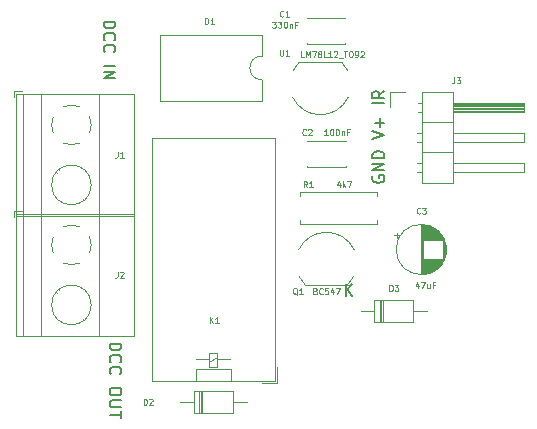
<source format=gbr>
%TF.GenerationSoftware,KiCad,Pcbnew,8.0.2*%
%TF.CreationDate,2024-12-24T23:51:17+01:00*%
%TF.ProjectId,keerlusRelais,6b656572-6c75-4735-9265-6c6169732e6b,rev?*%
%TF.SameCoordinates,Original*%
%TF.FileFunction,Legend,Top*%
%TF.FilePolarity,Positive*%
%FSLAX46Y46*%
G04 Gerber Fmt 4.6, Leading zero omitted, Abs format (unit mm)*
G04 Created by KiCad (PCBNEW 8.0.2) date 2024-12-24 23:51:17*
%MOMM*%
%LPD*%
G01*
G04 APERTURE LIST*
%ADD10C,0.150000*%
%ADD11C,0.075000*%
%ADD12C,0.120000*%
%ADD13R,1.500000X1.500000*%
%ADD14O,1.500000X1.500000*%
%ADD15R,1.200000X1.200000*%
%ADD16C,1.200000*%
%ADD17C,1.600000*%
%ADD18R,1.400000X1.400000*%
%ADD19C,1.400000*%
%ADD20C,3.200000*%
%ADD21R,1.600000X1.600000*%
%ADD22O,1.600000X1.600000*%
%ADD23R,2.600000X2.600000*%
%ADD24C,2.600000*%
%ADD25C,1.500000*%
%ADD26R,1.700000X1.700000*%
%ADD27O,1.700000X1.700000*%
G04 APERTURE END LIST*
D10*
X170952438Y-57284523D02*
X170904819Y-57379761D01*
X170904819Y-57379761D02*
X170904819Y-57522618D01*
X170904819Y-57522618D02*
X170952438Y-57665475D01*
X170952438Y-57665475D02*
X171047676Y-57760713D01*
X171047676Y-57760713D02*
X171142914Y-57808332D01*
X171142914Y-57808332D02*
X171333390Y-57855951D01*
X171333390Y-57855951D02*
X171476247Y-57855951D01*
X171476247Y-57855951D02*
X171666723Y-57808332D01*
X171666723Y-57808332D02*
X171761961Y-57760713D01*
X171761961Y-57760713D02*
X171857200Y-57665475D01*
X171857200Y-57665475D02*
X171904819Y-57522618D01*
X171904819Y-57522618D02*
X171904819Y-57427380D01*
X171904819Y-57427380D02*
X171857200Y-57284523D01*
X171857200Y-57284523D02*
X171809580Y-57236904D01*
X171809580Y-57236904D02*
X171476247Y-57236904D01*
X171476247Y-57236904D02*
X171476247Y-57427380D01*
X171904819Y-56808332D02*
X170904819Y-56808332D01*
X170904819Y-56808332D02*
X171904819Y-56236904D01*
X171904819Y-56236904D02*
X170904819Y-56236904D01*
X171904819Y-55760713D02*
X170904819Y-55760713D01*
X170904819Y-55760713D02*
X170904819Y-55522618D01*
X170904819Y-55522618D02*
X170952438Y-55379761D01*
X170952438Y-55379761D02*
X171047676Y-55284523D01*
X171047676Y-55284523D02*
X171142914Y-55236904D01*
X171142914Y-55236904D02*
X171333390Y-55189285D01*
X171333390Y-55189285D02*
X171476247Y-55189285D01*
X171476247Y-55189285D02*
X171666723Y-55236904D01*
X171666723Y-55236904D02*
X171761961Y-55284523D01*
X171761961Y-55284523D02*
X171857200Y-55379761D01*
X171857200Y-55379761D02*
X171904819Y-55522618D01*
X171904819Y-55522618D02*
X171904819Y-55760713D01*
X170904819Y-54141665D02*
X171904819Y-53808332D01*
X171904819Y-53808332D02*
X170904819Y-53474999D01*
X171523866Y-53141665D02*
X171523866Y-52379761D01*
X171904819Y-52760713D02*
X171142914Y-52760713D01*
X171904819Y-51141665D02*
X170904819Y-51141665D01*
X171904819Y-50094047D02*
X171428628Y-50427380D01*
X171904819Y-50665475D02*
X170904819Y-50665475D01*
X170904819Y-50665475D02*
X170904819Y-50284523D01*
X170904819Y-50284523D02*
X170952438Y-50189285D01*
X170952438Y-50189285D02*
X171000057Y-50141666D01*
X171000057Y-50141666D02*
X171095295Y-50094047D01*
X171095295Y-50094047D02*
X171238152Y-50094047D01*
X171238152Y-50094047D02*
X171333390Y-50141666D01*
X171333390Y-50141666D02*
X171381009Y-50189285D01*
X171381009Y-50189285D02*
X171428628Y-50284523D01*
X171428628Y-50284523D02*
X171428628Y-50665475D01*
X148135180Y-44204238D02*
X149135180Y-44204238D01*
X149135180Y-44204238D02*
X149135180Y-44442333D01*
X149135180Y-44442333D02*
X149087561Y-44585190D01*
X149087561Y-44585190D02*
X148992323Y-44680428D01*
X148992323Y-44680428D02*
X148897085Y-44728047D01*
X148897085Y-44728047D02*
X148706609Y-44775666D01*
X148706609Y-44775666D02*
X148563752Y-44775666D01*
X148563752Y-44775666D02*
X148373276Y-44728047D01*
X148373276Y-44728047D02*
X148278038Y-44680428D01*
X148278038Y-44680428D02*
X148182800Y-44585190D01*
X148182800Y-44585190D02*
X148135180Y-44442333D01*
X148135180Y-44442333D02*
X148135180Y-44204238D01*
X148230419Y-45775666D02*
X148182800Y-45728047D01*
X148182800Y-45728047D02*
X148135180Y-45585190D01*
X148135180Y-45585190D02*
X148135180Y-45489952D01*
X148135180Y-45489952D02*
X148182800Y-45347095D01*
X148182800Y-45347095D02*
X148278038Y-45251857D01*
X148278038Y-45251857D02*
X148373276Y-45204238D01*
X148373276Y-45204238D02*
X148563752Y-45156619D01*
X148563752Y-45156619D02*
X148706609Y-45156619D01*
X148706609Y-45156619D02*
X148897085Y-45204238D01*
X148897085Y-45204238D02*
X148992323Y-45251857D01*
X148992323Y-45251857D02*
X149087561Y-45347095D01*
X149087561Y-45347095D02*
X149135180Y-45489952D01*
X149135180Y-45489952D02*
X149135180Y-45585190D01*
X149135180Y-45585190D02*
X149087561Y-45728047D01*
X149087561Y-45728047D02*
X149039942Y-45775666D01*
X148230419Y-46775666D02*
X148182800Y-46728047D01*
X148182800Y-46728047D02*
X148135180Y-46585190D01*
X148135180Y-46585190D02*
X148135180Y-46489952D01*
X148135180Y-46489952D02*
X148182800Y-46347095D01*
X148182800Y-46347095D02*
X148278038Y-46251857D01*
X148278038Y-46251857D02*
X148373276Y-46204238D01*
X148373276Y-46204238D02*
X148563752Y-46156619D01*
X148563752Y-46156619D02*
X148706609Y-46156619D01*
X148706609Y-46156619D02*
X148897085Y-46204238D01*
X148897085Y-46204238D02*
X148992323Y-46251857D01*
X148992323Y-46251857D02*
X149087561Y-46347095D01*
X149087561Y-46347095D02*
X149135180Y-46489952D01*
X149135180Y-46489952D02*
X149135180Y-46585190D01*
X149135180Y-46585190D02*
X149087561Y-46728047D01*
X149087561Y-46728047D02*
X149039942Y-46775666D01*
X148135180Y-47966143D02*
X149135180Y-47966143D01*
X148135180Y-48442333D02*
X149135180Y-48442333D01*
X149135180Y-48442333D02*
X148135180Y-49013761D01*
X148135180Y-49013761D02*
X149135180Y-49013761D01*
X148643180Y-71477571D02*
X149643180Y-71477571D01*
X149643180Y-71477571D02*
X149643180Y-71715666D01*
X149643180Y-71715666D02*
X149595561Y-71858523D01*
X149595561Y-71858523D02*
X149500323Y-71953761D01*
X149500323Y-71953761D02*
X149405085Y-72001380D01*
X149405085Y-72001380D02*
X149214609Y-72048999D01*
X149214609Y-72048999D02*
X149071752Y-72048999D01*
X149071752Y-72048999D02*
X148881276Y-72001380D01*
X148881276Y-72001380D02*
X148786038Y-71953761D01*
X148786038Y-71953761D02*
X148690800Y-71858523D01*
X148690800Y-71858523D02*
X148643180Y-71715666D01*
X148643180Y-71715666D02*
X148643180Y-71477571D01*
X148738419Y-73048999D02*
X148690800Y-73001380D01*
X148690800Y-73001380D02*
X148643180Y-72858523D01*
X148643180Y-72858523D02*
X148643180Y-72763285D01*
X148643180Y-72763285D02*
X148690800Y-72620428D01*
X148690800Y-72620428D02*
X148786038Y-72525190D01*
X148786038Y-72525190D02*
X148881276Y-72477571D01*
X148881276Y-72477571D02*
X149071752Y-72429952D01*
X149071752Y-72429952D02*
X149214609Y-72429952D01*
X149214609Y-72429952D02*
X149405085Y-72477571D01*
X149405085Y-72477571D02*
X149500323Y-72525190D01*
X149500323Y-72525190D02*
X149595561Y-72620428D01*
X149595561Y-72620428D02*
X149643180Y-72763285D01*
X149643180Y-72763285D02*
X149643180Y-72858523D01*
X149643180Y-72858523D02*
X149595561Y-73001380D01*
X149595561Y-73001380D02*
X149547942Y-73048999D01*
X148738419Y-74048999D02*
X148690800Y-74001380D01*
X148690800Y-74001380D02*
X148643180Y-73858523D01*
X148643180Y-73858523D02*
X148643180Y-73763285D01*
X148643180Y-73763285D02*
X148690800Y-73620428D01*
X148690800Y-73620428D02*
X148786038Y-73525190D01*
X148786038Y-73525190D02*
X148881276Y-73477571D01*
X148881276Y-73477571D02*
X149071752Y-73429952D01*
X149071752Y-73429952D02*
X149214609Y-73429952D01*
X149214609Y-73429952D02*
X149405085Y-73477571D01*
X149405085Y-73477571D02*
X149500323Y-73525190D01*
X149500323Y-73525190D02*
X149595561Y-73620428D01*
X149595561Y-73620428D02*
X149643180Y-73763285D01*
X149643180Y-73763285D02*
X149643180Y-73858523D01*
X149643180Y-73858523D02*
X149595561Y-74001380D01*
X149595561Y-74001380D02*
X149547942Y-74048999D01*
X149643180Y-75429952D02*
X149643180Y-75620428D01*
X149643180Y-75620428D02*
X149595561Y-75715666D01*
X149595561Y-75715666D02*
X149500323Y-75810904D01*
X149500323Y-75810904D02*
X149309847Y-75858523D01*
X149309847Y-75858523D02*
X148976514Y-75858523D01*
X148976514Y-75858523D02*
X148786038Y-75810904D01*
X148786038Y-75810904D02*
X148690800Y-75715666D01*
X148690800Y-75715666D02*
X148643180Y-75620428D01*
X148643180Y-75620428D02*
X148643180Y-75429952D01*
X148643180Y-75429952D02*
X148690800Y-75334714D01*
X148690800Y-75334714D02*
X148786038Y-75239476D01*
X148786038Y-75239476D02*
X148976514Y-75191857D01*
X148976514Y-75191857D02*
X149309847Y-75191857D01*
X149309847Y-75191857D02*
X149500323Y-75239476D01*
X149500323Y-75239476D02*
X149595561Y-75334714D01*
X149595561Y-75334714D02*
X149643180Y-75429952D01*
X149643180Y-76287095D02*
X148833657Y-76287095D01*
X148833657Y-76287095D02*
X148738419Y-76334714D01*
X148738419Y-76334714D02*
X148690800Y-76382333D01*
X148690800Y-76382333D02*
X148643180Y-76477571D01*
X148643180Y-76477571D02*
X148643180Y-76668047D01*
X148643180Y-76668047D02*
X148690800Y-76763285D01*
X148690800Y-76763285D02*
X148738419Y-76810904D01*
X148738419Y-76810904D02*
X148833657Y-76858523D01*
X148833657Y-76858523D02*
X149643180Y-76858523D01*
X149643180Y-77191857D02*
X149643180Y-77763285D01*
X148643180Y-77477571D02*
X149643180Y-77477571D01*
D11*
X172345952Y-67014409D02*
X172345952Y-66514409D01*
X172345952Y-66514409D02*
X172465000Y-66514409D01*
X172465000Y-66514409D02*
X172536428Y-66538219D01*
X172536428Y-66538219D02*
X172584047Y-66585838D01*
X172584047Y-66585838D02*
X172607857Y-66633457D01*
X172607857Y-66633457D02*
X172631666Y-66728695D01*
X172631666Y-66728695D02*
X172631666Y-66800123D01*
X172631666Y-66800123D02*
X172607857Y-66895361D01*
X172607857Y-66895361D02*
X172584047Y-66942980D01*
X172584047Y-66942980D02*
X172536428Y-66990600D01*
X172536428Y-66990600D02*
X172465000Y-67014409D01*
X172465000Y-67014409D02*
X172345952Y-67014409D01*
X172798333Y-66514409D02*
X173107857Y-66514409D01*
X173107857Y-66514409D02*
X172941190Y-66704885D01*
X172941190Y-66704885D02*
X173012619Y-66704885D01*
X173012619Y-66704885D02*
X173060238Y-66728695D01*
X173060238Y-66728695D02*
X173084047Y-66752504D01*
X173084047Y-66752504D02*
X173107857Y-66800123D01*
X173107857Y-66800123D02*
X173107857Y-66919171D01*
X173107857Y-66919171D02*
X173084047Y-66966790D01*
X173084047Y-66966790D02*
X173060238Y-66990600D01*
X173060238Y-66990600D02*
X173012619Y-67014409D01*
X173012619Y-67014409D02*
X172869762Y-67014409D01*
X172869762Y-67014409D02*
X172822143Y-66990600D01*
X172822143Y-66990600D02*
X172798333Y-66966790D01*
D10*
X168643095Y-67411819D02*
X168643095Y-66411819D01*
X169214523Y-67411819D02*
X168785952Y-66840390D01*
X169214523Y-66411819D02*
X168643095Y-66983247D01*
D11*
X174950067Y-60429790D02*
X174926258Y-60453600D01*
X174926258Y-60453600D02*
X174854829Y-60477409D01*
X174854829Y-60477409D02*
X174807210Y-60477409D01*
X174807210Y-60477409D02*
X174735782Y-60453600D01*
X174735782Y-60453600D02*
X174688163Y-60405980D01*
X174688163Y-60405980D02*
X174664353Y-60358361D01*
X174664353Y-60358361D02*
X174640544Y-60263123D01*
X174640544Y-60263123D02*
X174640544Y-60191695D01*
X174640544Y-60191695D02*
X174664353Y-60096457D01*
X174664353Y-60096457D02*
X174688163Y-60048838D01*
X174688163Y-60048838D02*
X174735782Y-60001219D01*
X174735782Y-60001219D02*
X174807210Y-59977409D01*
X174807210Y-59977409D02*
X174854829Y-59977409D01*
X174854829Y-59977409D02*
X174926258Y-60001219D01*
X174926258Y-60001219D02*
X174950067Y-60025028D01*
X175116734Y-59977409D02*
X175426258Y-59977409D01*
X175426258Y-59977409D02*
X175259591Y-60167885D01*
X175259591Y-60167885D02*
X175331020Y-60167885D01*
X175331020Y-60167885D02*
X175378639Y-60191695D01*
X175378639Y-60191695D02*
X175402448Y-60215504D01*
X175402448Y-60215504D02*
X175426258Y-60263123D01*
X175426258Y-60263123D02*
X175426258Y-60382171D01*
X175426258Y-60382171D02*
X175402448Y-60429790D01*
X175402448Y-60429790D02*
X175378639Y-60453600D01*
X175378639Y-60453600D02*
X175331020Y-60477409D01*
X175331020Y-60477409D02*
X175188163Y-60477409D01*
X175188163Y-60477409D02*
X175140544Y-60453600D01*
X175140544Y-60453600D02*
X175116734Y-60429790D01*
X174803667Y-66442076D02*
X174803667Y-66775409D01*
X174684619Y-66251600D02*
X174565572Y-66608742D01*
X174565572Y-66608742D02*
X174875095Y-66608742D01*
X175017952Y-66275409D02*
X175351285Y-66275409D01*
X175351285Y-66275409D02*
X175137000Y-66775409D01*
X175756047Y-66442076D02*
X175756047Y-66775409D01*
X175541761Y-66442076D02*
X175541761Y-66703980D01*
X175541761Y-66703980D02*
X175565571Y-66751600D01*
X175565571Y-66751600D02*
X175613190Y-66775409D01*
X175613190Y-66775409D02*
X175684618Y-66775409D01*
X175684618Y-66775409D02*
X175732237Y-66751600D01*
X175732237Y-66751600D02*
X175756047Y-66727790D01*
X176160809Y-66513504D02*
X175994142Y-66513504D01*
X175994142Y-66775409D02*
X175994142Y-66275409D01*
X175994142Y-66275409D02*
X176232237Y-66275409D01*
X163365666Y-43740790D02*
X163341857Y-43764600D01*
X163341857Y-43764600D02*
X163270428Y-43788409D01*
X163270428Y-43788409D02*
X163222809Y-43788409D01*
X163222809Y-43788409D02*
X163151381Y-43764600D01*
X163151381Y-43764600D02*
X163103762Y-43716980D01*
X163103762Y-43716980D02*
X163079952Y-43669361D01*
X163079952Y-43669361D02*
X163056143Y-43574123D01*
X163056143Y-43574123D02*
X163056143Y-43502695D01*
X163056143Y-43502695D02*
X163079952Y-43407457D01*
X163079952Y-43407457D02*
X163103762Y-43359838D01*
X163103762Y-43359838D02*
X163151381Y-43312219D01*
X163151381Y-43312219D02*
X163222809Y-43288409D01*
X163222809Y-43288409D02*
X163270428Y-43288409D01*
X163270428Y-43288409D02*
X163341857Y-43312219D01*
X163341857Y-43312219D02*
X163365666Y-43336028D01*
X163841857Y-43788409D02*
X163556143Y-43788409D01*
X163699000Y-43788409D02*
X163699000Y-43288409D01*
X163699000Y-43288409D02*
X163651381Y-43359838D01*
X163651381Y-43359838D02*
X163603762Y-43407457D01*
X163603762Y-43407457D02*
X163556143Y-43431266D01*
X162416667Y-44227409D02*
X162726191Y-44227409D01*
X162726191Y-44227409D02*
X162559524Y-44417885D01*
X162559524Y-44417885D02*
X162630953Y-44417885D01*
X162630953Y-44417885D02*
X162678572Y-44441695D01*
X162678572Y-44441695D02*
X162702381Y-44465504D01*
X162702381Y-44465504D02*
X162726191Y-44513123D01*
X162726191Y-44513123D02*
X162726191Y-44632171D01*
X162726191Y-44632171D02*
X162702381Y-44679790D01*
X162702381Y-44679790D02*
X162678572Y-44703600D01*
X162678572Y-44703600D02*
X162630953Y-44727409D01*
X162630953Y-44727409D02*
X162488096Y-44727409D01*
X162488096Y-44727409D02*
X162440477Y-44703600D01*
X162440477Y-44703600D02*
X162416667Y-44679790D01*
X162892857Y-44227409D02*
X163202381Y-44227409D01*
X163202381Y-44227409D02*
X163035714Y-44417885D01*
X163035714Y-44417885D02*
X163107143Y-44417885D01*
X163107143Y-44417885D02*
X163154762Y-44441695D01*
X163154762Y-44441695D02*
X163178571Y-44465504D01*
X163178571Y-44465504D02*
X163202381Y-44513123D01*
X163202381Y-44513123D02*
X163202381Y-44632171D01*
X163202381Y-44632171D02*
X163178571Y-44679790D01*
X163178571Y-44679790D02*
X163154762Y-44703600D01*
X163154762Y-44703600D02*
X163107143Y-44727409D01*
X163107143Y-44727409D02*
X162964286Y-44727409D01*
X162964286Y-44727409D02*
X162916667Y-44703600D01*
X162916667Y-44703600D02*
X162892857Y-44679790D01*
X163511904Y-44227409D02*
X163559523Y-44227409D01*
X163559523Y-44227409D02*
X163607142Y-44251219D01*
X163607142Y-44251219D02*
X163630952Y-44275028D01*
X163630952Y-44275028D02*
X163654761Y-44322647D01*
X163654761Y-44322647D02*
X163678571Y-44417885D01*
X163678571Y-44417885D02*
X163678571Y-44536933D01*
X163678571Y-44536933D02*
X163654761Y-44632171D01*
X163654761Y-44632171D02*
X163630952Y-44679790D01*
X163630952Y-44679790D02*
X163607142Y-44703600D01*
X163607142Y-44703600D02*
X163559523Y-44727409D01*
X163559523Y-44727409D02*
X163511904Y-44727409D01*
X163511904Y-44727409D02*
X163464285Y-44703600D01*
X163464285Y-44703600D02*
X163440476Y-44679790D01*
X163440476Y-44679790D02*
X163416666Y-44632171D01*
X163416666Y-44632171D02*
X163392857Y-44536933D01*
X163392857Y-44536933D02*
X163392857Y-44417885D01*
X163392857Y-44417885D02*
X163416666Y-44322647D01*
X163416666Y-44322647D02*
X163440476Y-44275028D01*
X163440476Y-44275028D02*
X163464285Y-44251219D01*
X163464285Y-44251219D02*
X163511904Y-44227409D01*
X163892856Y-44394076D02*
X163892856Y-44727409D01*
X163892856Y-44441695D02*
X163916666Y-44417885D01*
X163916666Y-44417885D02*
X163964285Y-44394076D01*
X163964285Y-44394076D02*
X164035713Y-44394076D01*
X164035713Y-44394076D02*
X164083332Y-44417885D01*
X164083332Y-44417885D02*
X164107142Y-44465504D01*
X164107142Y-44465504D02*
X164107142Y-44727409D01*
X164511904Y-44465504D02*
X164345237Y-44465504D01*
X164345237Y-44727409D02*
X164345237Y-44227409D01*
X164345237Y-44227409D02*
X164583332Y-44227409D01*
X157130952Y-69727409D02*
X157130952Y-69227409D01*
X157416666Y-69727409D02*
X157202381Y-69441695D01*
X157416666Y-69227409D02*
X157130952Y-69513123D01*
X157892857Y-69727409D02*
X157607143Y-69727409D01*
X157750000Y-69727409D02*
X157750000Y-69227409D01*
X157750000Y-69227409D02*
X157702381Y-69298838D01*
X157702381Y-69298838D02*
X157654762Y-69346457D01*
X157654762Y-69346457D02*
X157607143Y-69370266D01*
X165270666Y-53773790D02*
X165246857Y-53797600D01*
X165246857Y-53797600D02*
X165175428Y-53821409D01*
X165175428Y-53821409D02*
X165127809Y-53821409D01*
X165127809Y-53821409D02*
X165056381Y-53797600D01*
X165056381Y-53797600D02*
X165008762Y-53749980D01*
X165008762Y-53749980D02*
X164984952Y-53702361D01*
X164984952Y-53702361D02*
X164961143Y-53607123D01*
X164961143Y-53607123D02*
X164961143Y-53535695D01*
X164961143Y-53535695D02*
X164984952Y-53440457D01*
X164984952Y-53440457D02*
X165008762Y-53392838D01*
X165008762Y-53392838D02*
X165056381Y-53345219D01*
X165056381Y-53345219D02*
X165127809Y-53321409D01*
X165127809Y-53321409D02*
X165175428Y-53321409D01*
X165175428Y-53321409D02*
X165246857Y-53345219D01*
X165246857Y-53345219D02*
X165270666Y-53369028D01*
X165461143Y-53369028D02*
X165484952Y-53345219D01*
X165484952Y-53345219D02*
X165532571Y-53321409D01*
X165532571Y-53321409D02*
X165651619Y-53321409D01*
X165651619Y-53321409D02*
X165699238Y-53345219D01*
X165699238Y-53345219D02*
X165723047Y-53369028D01*
X165723047Y-53369028D02*
X165746857Y-53416647D01*
X165746857Y-53416647D02*
X165746857Y-53464266D01*
X165746857Y-53464266D02*
X165723047Y-53535695D01*
X165723047Y-53535695D02*
X165437333Y-53821409D01*
X165437333Y-53821409D02*
X165746857Y-53821409D01*
X167120191Y-53821409D02*
X166834477Y-53821409D01*
X166977334Y-53821409D02*
X166977334Y-53321409D01*
X166977334Y-53321409D02*
X166929715Y-53392838D01*
X166929715Y-53392838D02*
X166882096Y-53440457D01*
X166882096Y-53440457D02*
X166834477Y-53464266D01*
X167429714Y-53321409D02*
X167477333Y-53321409D01*
X167477333Y-53321409D02*
X167524952Y-53345219D01*
X167524952Y-53345219D02*
X167548762Y-53369028D01*
X167548762Y-53369028D02*
X167572571Y-53416647D01*
X167572571Y-53416647D02*
X167596381Y-53511885D01*
X167596381Y-53511885D02*
X167596381Y-53630933D01*
X167596381Y-53630933D02*
X167572571Y-53726171D01*
X167572571Y-53726171D02*
X167548762Y-53773790D01*
X167548762Y-53773790D02*
X167524952Y-53797600D01*
X167524952Y-53797600D02*
X167477333Y-53821409D01*
X167477333Y-53821409D02*
X167429714Y-53821409D01*
X167429714Y-53821409D02*
X167382095Y-53797600D01*
X167382095Y-53797600D02*
X167358286Y-53773790D01*
X167358286Y-53773790D02*
X167334476Y-53726171D01*
X167334476Y-53726171D02*
X167310667Y-53630933D01*
X167310667Y-53630933D02*
X167310667Y-53511885D01*
X167310667Y-53511885D02*
X167334476Y-53416647D01*
X167334476Y-53416647D02*
X167358286Y-53369028D01*
X167358286Y-53369028D02*
X167382095Y-53345219D01*
X167382095Y-53345219D02*
X167429714Y-53321409D01*
X167905904Y-53321409D02*
X167953523Y-53321409D01*
X167953523Y-53321409D02*
X168001142Y-53345219D01*
X168001142Y-53345219D02*
X168024952Y-53369028D01*
X168024952Y-53369028D02*
X168048761Y-53416647D01*
X168048761Y-53416647D02*
X168072571Y-53511885D01*
X168072571Y-53511885D02*
X168072571Y-53630933D01*
X168072571Y-53630933D02*
X168048761Y-53726171D01*
X168048761Y-53726171D02*
X168024952Y-53773790D01*
X168024952Y-53773790D02*
X168001142Y-53797600D01*
X168001142Y-53797600D02*
X167953523Y-53821409D01*
X167953523Y-53821409D02*
X167905904Y-53821409D01*
X167905904Y-53821409D02*
X167858285Y-53797600D01*
X167858285Y-53797600D02*
X167834476Y-53773790D01*
X167834476Y-53773790D02*
X167810666Y-53726171D01*
X167810666Y-53726171D02*
X167786857Y-53630933D01*
X167786857Y-53630933D02*
X167786857Y-53511885D01*
X167786857Y-53511885D02*
X167810666Y-53416647D01*
X167810666Y-53416647D02*
X167834476Y-53369028D01*
X167834476Y-53369028D02*
X167858285Y-53345219D01*
X167858285Y-53345219D02*
X167905904Y-53321409D01*
X168286856Y-53488076D02*
X168286856Y-53821409D01*
X168286856Y-53535695D02*
X168310666Y-53511885D01*
X168310666Y-53511885D02*
X168358285Y-53488076D01*
X168358285Y-53488076D02*
X168429713Y-53488076D01*
X168429713Y-53488076D02*
X168477332Y-53511885D01*
X168477332Y-53511885D02*
X168501142Y-53559504D01*
X168501142Y-53559504D02*
X168501142Y-53821409D01*
X168905904Y-53559504D02*
X168739237Y-53559504D01*
X168739237Y-53821409D02*
X168739237Y-53321409D01*
X168739237Y-53321409D02*
X168977332Y-53321409D01*
X156729952Y-44423409D02*
X156729952Y-43923409D01*
X156729952Y-43923409D02*
X156849000Y-43923409D01*
X156849000Y-43923409D02*
X156920428Y-43947219D01*
X156920428Y-43947219D02*
X156968047Y-43994838D01*
X156968047Y-43994838D02*
X156991857Y-44042457D01*
X156991857Y-44042457D02*
X157015666Y-44137695D01*
X157015666Y-44137695D02*
X157015666Y-44209123D01*
X157015666Y-44209123D02*
X156991857Y-44304361D01*
X156991857Y-44304361D02*
X156968047Y-44351980D01*
X156968047Y-44351980D02*
X156920428Y-44399600D01*
X156920428Y-44399600D02*
X156849000Y-44423409D01*
X156849000Y-44423409D02*
X156729952Y-44423409D01*
X157491857Y-44423409D02*
X157206143Y-44423409D01*
X157349000Y-44423409D02*
X157349000Y-43923409D01*
X157349000Y-43923409D02*
X157301381Y-43994838D01*
X157301381Y-43994838D02*
X157253762Y-44042457D01*
X157253762Y-44042457D02*
X157206143Y-44066266D01*
X149333333Y-65386409D02*
X149333333Y-65743552D01*
X149333333Y-65743552D02*
X149309524Y-65814980D01*
X149309524Y-65814980D02*
X149261905Y-65862600D01*
X149261905Y-65862600D02*
X149190476Y-65886409D01*
X149190476Y-65886409D02*
X149142857Y-65886409D01*
X149547619Y-65434028D02*
X149571428Y-65410219D01*
X149571428Y-65410219D02*
X149619047Y-65386409D01*
X149619047Y-65386409D02*
X149738095Y-65386409D01*
X149738095Y-65386409D02*
X149785714Y-65410219D01*
X149785714Y-65410219D02*
X149809523Y-65434028D01*
X149809523Y-65434028D02*
X149833333Y-65481647D01*
X149833333Y-65481647D02*
X149833333Y-65529266D01*
X149833333Y-65529266D02*
X149809523Y-65600695D01*
X149809523Y-65600695D02*
X149523809Y-65886409D01*
X149523809Y-65886409D02*
X149833333Y-65886409D01*
X163068047Y-46590409D02*
X163068047Y-46995171D01*
X163068047Y-46995171D02*
X163091857Y-47042790D01*
X163091857Y-47042790D02*
X163115666Y-47066600D01*
X163115666Y-47066600D02*
X163163285Y-47090409D01*
X163163285Y-47090409D02*
X163258523Y-47090409D01*
X163258523Y-47090409D02*
X163306142Y-47066600D01*
X163306142Y-47066600D02*
X163329952Y-47042790D01*
X163329952Y-47042790D02*
X163353761Y-46995171D01*
X163353761Y-46995171D02*
X163353761Y-46590409D01*
X163853762Y-47090409D02*
X163568048Y-47090409D01*
X163710905Y-47090409D02*
X163710905Y-46590409D01*
X163710905Y-46590409D02*
X163663286Y-46661838D01*
X163663286Y-46661838D02*
X163615667Y-46709457D01*
X163615667Y-46709457D02*
X163568048Y-46733266D01*
X165108239Y-47217409D02*
X164870144Y-47217409D01*
X164870144Y-47217409D02*
X164870144Y-46717409D01*
X165274906Y-47217409D02*
X165274906Y-46717409D01*
X165274906Y-46717409D02*
X165441573Y-47074552D01*
X165441573Y-47074552D02*
X165608239Y-46717409D01*
X165608239Y-46717409D02*
X165608239Y-47217409D01*
X165798716Y-46717409D02*
X166132049Y-46717409D01*
X166132049Y-46717409D02*
X165917764Y-47217409D01*
X166393954Y-46931695D02*
X166346335Y-46907885D01*
X166346335Y-46907885D02*
X166322525Y-46884076D01*
X166322525Y-46884076D02*
X166298716Y-46836457D01*
X166298716Y-46836457D02*
X166298716Y-46812647D01*
X166298716Y-46812647D02*
X166322525Y-46765028D01*
X166322525Y-46765028D02*
X166346335Y-46741219D01*
X166346335Y-46741219D02*
X166393954Y-46717409D01*
X166393954Y-46717409D02*
X166489192Y-46717409D01*
X166489192Y-46717409D02*
X166536811Y-46741219D01*
X166536811Y-46741219D02*
X166560620Y-46765028D01*
X166560620Y-46765028D02*
X166584430Y-46812647D01*
X166584430Y-46812647D02*
X166584430Y-46836457D01*
X166584430Y-46836457D02*
X166560620Y-46884076D01*
X166560620Y-46884076D02*
X166536811Y-46907885D01*
X166536811Y-46907885D02*
X166489192Y-46931695D01*
X166489192Y-46931695D02*
X166393954Y-46931695D01*
X166393954Y-46931695D02*
X166346335Y-46955504D01*
X166346335Y-46955504D02*
X166322525Y-46979314D01*
X166322525Y-46979314D02*
X166298716Y-47026933D01*
X166298716Y-47026933D02*
X166298716Y-47122171D01*
X166298716Y-47122171D02*
X166322525Y-47169790D01*
X166322525Y-47169790D02*
X166346335Y-47193600D01*
X166346335Y-47193600D02*
X166393954Y-47217409D01*
X166393954Y-47217409D02*
X166489192Y-47217409D01*
X166489192Y-47217409D02*
X166536811Y-47193600D01*
X166536811Y-47193600D02*
X166560620Y-47169790D01*
X166560620Y-47169790D02*
X166584430Y-47122171D01*
X166584430Y-47122171D02*
X166584430Y-47026933D01*
X166584430Y-47026933D02*
X166560620Y-46979314D01*
X166560620Y-46979314D02*
X166536811Y-46955504D01*
X166536811Y-46955504D02*
X166489192Y-46931695D01*
X167036810Y-47217409D02*
X166798715Y-47217409D01*
X166798715Y-47217409D02*
X166798715Y-46717409D01*
X167465382Y-47217409D02*
X167179668Y-47217409D01*
X167322525Y-47217409D02*
X167322525Y-46717409D01*
X167322525Y-46717409D02*
X167274906Y-46788838D01*
X167274906Y-46788838D02*
X167227287Y-46836457D01*
X167227287Y-46836457D02*
X167179668Y-46860266D01*
X167655858Y-46765028D02*
X167679667Y-46741219D01*
X167679667Y-46741219D02*
X167727286Y-46717409D01*
X167727286Y-46717409D02*
X167846334Y-46717409D01*
X167846334Y-46717409D02*
X167893953Y-46741219D01*
X167893953Y-46741219D02*
X167917762Y-46765028D01*
X167917762Y-46765028D02*
X167941572Y-46812647D01*
X167941572Y-46812647D02*
X167941572Y-46860266D01*
X167941572Y-46860266D02*
X167917762Y-46931695D01*
X167917762Y-46931695D02*
X167632048Y-47217409D01*
X167632048Y-47217409D02*
X167941572Y-47217409D01*
X168036810Y-47265028D02*
X168417762Y-47265028D01*
X168465381Y-46717409D02*
X168751095Y-46717409D01*
X168608238Y-47217409D02*
X168608238Y-46717409D01*
X169012999Y-46717409D02*
X169108237Y-46717409D01*
X169108237Y-46717409D02*
X169155856Y-46741219D01*
X169155856Y-46741219D02*
X169203475Y-46788838D01*
X169203475Y-46788838D02*
X169227285Y-46884076D01*
X169227285Y-46884076D02*
X169227285Y-47050742D01*
X169227285Y-47050742D02*
X169203475Y-47145980D01*
X169203475Y-47145980D02*
X169155856Y-47193600D01*
X169155856Y-47193600D02*
X169108237Y-47217409D01*
X169108237Y-47217409D02*
X169012999Y-47217409D01*
X169012999Y-47217409D02*
X168965380Y-47193600D01*
X168965380Y-47193600D02*
X168917761Y-47145980D01*
X168917761Y-47145980D02*
X168893952Y-47050742D01*
X168893952Y-47050742D02*
X168893952Y-46884076D01*
X168893952Y-46884076D02*
X168917761Y-46788838D01*
X168917761Y-46788838D02*
X168965380Y-46741219D01*
X168965380Y-46741219D02*
X169012999Y-46717409D01*
X169465381Y-47217409D02*
X169560619Y-47217409D01*
X169560619Y-47217409D02*
X169608238Y-47193600D01*
X169608238Y-47193600D02*
X169632047Y-47169790D01*
X169632047Y-47169790D02*
X169679666Y-47098361D01*
X169679666Y-47098361D02*
X169703476Y-47003123D01*
X169703476Y-47003123D02*
X169703476Y-46812647D01*
X169703476Y-46812647D02*
X169679666Y-46765028D01*
X169679666Y-46765028D02*
X169655857Y-46741219D01*
X169655857Y-46741219D02*
X169608238Y-46717409D01*
X169608238Y-46717409D02*
X169513000Y-46717409D01*
X169513000Y-46717409D02*
X169465381Y-46741219D01*
X169465381Y-46741219D02*
X169441571Y-46765028D01*
X169441571Y-46765028D02*
X169417762Y-46812647D01*
X169417762Y-46812647D02*
X169417762Y-46931695D01*
X169417762Y-46931695D02*
X169441571Y-46979314D01*
X169441571Y-46979314D02*
X169465381Y-47003123D01*
X169465381Y-47003123D02*
X169513000Y-47026933D01*
X169513000Y-47026933D02*
X169608238Y-47026933D01*
X169608238Y-47026933D02*
X169655857Y-47003123D01*
X169655857Y-47003123D02*
X169679666Y-46979314D01*
X169679666Y-46979314D02*
X169703476Y-46931695D01*
X169893952Y-46765028D02*
X169917761Y-46741219D01*
X169917761Y-46741219D02*
X169965380Y-46717409D01*
X169965380Y-46717409D02*
X170084428Y-46717409D01*
X170084428Y-46717409D02*
X170132047Y-46741219D01*
X170132047Y-46741219D02*
X170155856Y-46765028D01*
X170155856Y-46765028D02*
X170179666Y-46812647D01*
X170179666Y-46812647D02*
X170179666Y-46860266D01*
X170179666Y-46860266D02*
X170155856Y-46931695D01*
X170155856Y-46931695D02*
X169870142Y-47217409D01*
X169870142Y-47217409D02*
X170179666Y-47217409D01*
X149333333Y-55226409D02*
X149333333Y-55583552D01*
X149333333Y-55583552D02*
X149309524Y-55654980D01*
X149309524Y-55654980D02*
X149261905Y-55702600D01*
X149261905Y-55702600D02*
X149190476Y-55726409D01*
X149190476Y-55726409D02*
X149142857Y-55726409D01*
X149833333Y-55726409D02*
X149547619Y-55726409D01*
X149690476Y-55726409D02*
X149690476Y-55226409D01*
X149690476Y-55226409D02*
X149642857Y-55297838D01*
X149642857Y-55297838D02*
X149595238Y-55345457D01*
X149595238Y-55345457D02*
X149547619Y-55369266D01*
X165368666Y-58227409D02*
X165202000Y-57989314D01*
X165082952Y-58227409D02*
X165082952Y-57727409D01*
X165082952Y-57727409D02*
X165273428Y-57727409D01*
X165273428Y-57727409D02*
X165321047Y-57751219D01*
X165321047Y-57751219D02*
X165344857Y-57775028D01*
X165344857Y-57775028D02*
X165368666Y-57822647D01*
X165368666Y-57822647D02*
X165368666Y-57894076D01*
X165368666Y-57894076D02*
X165344857Y-57941695D01*
X165344857Y-57941695D02*
X165321047Y-57965504D01*
X165321047Y-57965504D02*
X165273428Y-57989314D01*
X165273428Y-57989314D02*
X165082952Y-57989314D01*
X165844857Y-58227409D02*
X165559143Y-58227409D01*
X165702000Y-58227409D02*
X165702000Y-57727409D01*
X165702000Y-57727409D02*
X165654381Y-57798838D01*
X165654381Y-57798838D02*
X165606762Y-57846457D01*
X165606762Y-57846457D02*
X165559143Y-57870266D01*
X168154762Y-57894076D02*
X168154762Y-58227409D01*
X168035714Y-57703600D02*
X167916667Y-58060742D01*
X167916667Y-58060742D02*
X168226190Y-58060742D01*
X168416666Y-58227409D02*
X168416666Y-57727409D01*
X168464285Y-58036933D02*
X168607142Y-58227409D01*
X168607142Y-57894076D02*
X168416666Y-58084552D01*
X168773809Y-57727409D02*
X169107142Y-57727409D01*
X169107142Y-57727409D02*
X168892857Y-58227409D01*
X151522952Y-76657909D02*
X151522952Y-76157909D01*
X151522952Y-76157909D02*
X151642000Y-76157909D01*
X151642000Y-76157909D02*
X151713428Y-76181719D01*
X151713428Y-76181719D02*
X151761047Y-76229338D01*
X151761047Y-76229338D02*
X151784857Y-76276957D01*
X151784857Y-76276957D02*
X151808666Y-76372195D01*
X151808666Y-76372195D02*
X151808666Y-76443623D01*
X151808666Y-76443623D02*
X151784857Y-76538861D01*
X151784857Y-76538861D02*
X151761047Y-76586480D01*
X151761047Y-76586480D02*
X151713428Y-76634100D01*
X151713428Y-76634100D02*
X151642000Y-76657909D01*
X151642000Y-76657909D02*
X151522952Y-76657909D01*
X151999143Y-76205528D02*
X152022952Y-76181719D01*
X152022952Y-76181719D02*
X152070571Y-76157909D01*
X152070571Y-76157909D02*
X152189619Y-76157909D01*
X152189619Y-76157909D02*
X152237238Y-76181719D01*
X152237238Y-76181719D02*
X152261047Y-76205528D01*
X152261047Y-76205528D02*
X152284857Y-76253147D01*
X152284857Y-76253147D02*
X152284857Y-76300766D01*
X152284857Y-76300766D02*
X152261047Y-76372195D01*
X152261047Y-76372195D02*
X151975333Y-76657909D01*
X151975333Y-76657909D02*
X152284857Y-76657909D01*
X164544380Y-67331028D02*
X164496761Y-67307219D01*
X164496761Y-67307219D02*
X164449142Y-67259600D01*
X164449142Y-67259600D02*
X164377714Y-67188171D01*
X164377714Y-67188171D02*
X164330095Y-67164361D01*
X164330095Y-67164361D02*
X164282476Y-67164361D01*
X164306285Y-67283409D02*
X164258666Y-67259600D01*
X164258666Y-67259600D02*
X164211047Y-67211980D01*
X164211047Y-67211980D02*
X164187238Y-67116742D01*
X164187238Y-67116742D02*
X164187238Y-66950076D01*
X164187238Y-66950076D02*
X164211047Y-66854838D01*
X164211047Y-66854838D02*
X164258666Y-66807219D01*
X164258666Y-66807219D02*
X164306285Y-66783409D01*
X164306285Y-66783409D02*
X164401523Y-66783409D01*
X164401523Y-66783409D02*
X164449142Y-66807219D01*
X164449142Y-66807219D02*
X164496761Y-66854838D01*
X164496761Y-66854838D02*
X164520571Y-66950076D01*
X164520571Y-66950076D02*
X164520571Y-67116742D01*
X164520571Y-67116742D02*
X164496761Y-67211980D01*
X164496761Y-67211980D02*
X164449142Y-67259600D01*
X164449142Y-67259600D02*
X164401523Y-67283409D01*
X164401523Y-67283409D02*
X164306285Y-67283409D01*
X164996762Y-67283409D02*
X164711048Y-67283409D01*
X164853905Y-67283409D02*
X164853905Y-66783409D01*
X164853905Y-66783409D02*
X164806286Y-66854838D01*
X164806286Y-66854838D02*
X164758667Y-66902457D01*
X164758667Y-66902457D02*
X164711048Y-66926266D01*
X166076429Y-67021504D02*
X166147857Y-67045314D01*
X166147857Y-67045314D02*
X166171667Y-67069123D01*
X166171667Y-67069123D02*
X166195476Y-67116742D01*
X166195476Y-67116742D02*
X166195476Y-67188171D01*
X166195476Y-67188171D02*
X166171667Y-67235790D01*
X166171667Y-67235790D02*
X166147857Y-67259600D01*
X166147857Y-67259600D02*
X166100238Y-67283409D01*
X166100238Y-67283409D02*
X165909762Y-67283409D01*
X165909762Y-67283409D02*
X165909762Y-66783409D01*
X165909762Y-66783409D02*
X166076429Y-66783409D01*
X166076429Y-66783409D02*
X166124048Y-66807219D01*
X166124048Y-66807219D02*
X166147857Y-66831028D01*
X166147857Y-66831028D02*
X166171667Y-66878647D01*
X166171667Y-66878647D02*
X166171667Y-66926266D01*
X166171667Y-66926266D02*
X166147857Y-66973885D01*
X166147857Y-66973885D02*
X166124048Y-66997695D01*
X166124048Y-66997695D02*
X166076429Y-67021504D01*
X166076429Y-67021504D02*
X165909762Y-67021504D01*
X166695476Y-67235790D02*
X166671667Y-67259600D01*
X166671667Y-67259600D02*
X166600238Y-67283409D01*
X166600238Y-67283409D02*
X166552619Y-67283409D01*
X166552619Y-67283409D02*
X166481191Y-67259600D01*
X166481191Y-67259600D02*
X166433572Y-67211980D01*
X166433572Y-67211980D02*
X166409762Y-67164361D01*
X166409762Y-67164361D02*
X166385953Y-67069123D01*
X166385953Y-67069123D02*
X166385953Y-66997695D01*
X166385953Y-66997695D02*
X166409762Y-66902457D01*
X166409762Y-66902457D02*
X166433572Y-66854838D01*
X166433572Y-66854838D02*
X166481191Y-66807219D01*
X166481191Y-66807219D02*
X166552619Y-66783409D01*
X166552619Y-66783409D02*
X166600238Y-66783409D01*
X166600238Y-66783409D02*
X166671667Y-66807219D01*
X166671667Y-66807219D02*
X166695476Y-66831028D01*
X167147857Y-66783409D02*
X166909762Y-66783409D01*
X166909762Y-66783409D02*
X166885953Y-67021504D01*
X166885953Y-67021504D02*
X166909762Y-66997695D01*
X166909762Y-66997695D02*
X166957381Y-66973885D01*
X166957381Y-66973885D02*
X167076429Y-66973885D01*
X167076429Y-66973885D02*
X167124048Y-66997695D01*
X167124048Y-66997695D02*
X167147857Y-67021504D01*
X167147857Y-67021504D02*
X167171667Y-67069123D01*
X167171667Y-67069123D02*
X167171667Y-67188171D01*
X167171667Y-67188171D02*
X167147857Y-67235790D01*
X167147857Y-67235790D02*
X167124048Y-67259600D01*
X167124048Y-67259600D02*
X167076429Y-67283409D01*
X167076429Y-67283409D02*
X166957381Y-67283409D01*
X166957381Y-67283409D02*
X166909762Y-67259600D01*
X166909762Y-67259600D02*
X166885953Y-67235790D01*
X167600238Y-66950076D02*
X167600238Y-67283409D01*
X167481190Y-66759600D02*
X167362143Y-67116742D01*
X167362143Y-67116742D02*
X167671666Y-67116742D01*
X167814523Y-66783409D02*
X168147856Y-66783409D01*
X168147856Y-66783409D02*
X167933571Y-67283409D01*
X177843333Y-48932409D02*
X177843333Y-49289552D01*
X177843333Y-49289552D02*
X177819524Y-49360980D01*
X177819524Y-49360980D02*
X177771905Y-49408600D01*
X177771905Y-49408600D02*
X177700476Y-49432409D01*
X177700476Y-49432409D02*
X177652857Y-49432409D01*
X178033809Y-48932409D02*
X178343333Y-48932409D01*
X178343333Y-48932409D02*
X178176666Y-49122885D01*
X178176666Y-49122885D02*
X178248095Y-49122885D01*
X178248095Y-49122885D02*
X178295714Y-49146695D01*
X178295714Y-49146695D02*
X178319523Y-49170504D01*
X178319523Y-49170504D02*
X178343333Y-49218123D01*
X178343333Y-49218123D02*
X178343333Y-49337171D01*
X178343333Y-49337171D02*
X178319523Y-49384790D01*
X178319523Y-49384790D02*
X178295714Y-49408600D01*
X178295714Y-49408600D02*
X178248095Y-49432409D01*
X178248095Y-49432409D02*
X178105238Y-49432409D01*
X178105238Y-49432409D02*
X178057619Y-49408600D01*
X178057619Y-49408600D02*
X178033809Y-49384790D01*
D12*
%TO.C,D3*%
X169895000Y-68707000D02*
X171075000Y-68707000D01*
X171075000Y-67787000D02*
X171075000Y-69627000D01*
X171075000Y-69627000D02*
X174355000Y-69627000D01*
X171531000Y-67787000D02*
X171531000Y-69627000D01*
X171651000Y-67787000D02*
X171651000Y-69627000D01*
X171771000Y-67787000D02*
X171771000Y-69627000D01*
X174355000Y-67787000D02*
X171075000Y-67787000D01*
X174355000Y-69627000D02*
X174355000Y-67787000D01*
X175535000Y-68707000D02*
X174355000Y-68707000D01*
%TO.C,C3*%
X172763600Y-62305000D02*
X173163600Y-62305000D01*
X172963600Y-62105000D02*
X172963600Y-62505000D01*
X175033401Y-61420000D02*
X175033401Y-65580000D01*
X175073401Y-61420000D02*
X175073401Y-65580000D01*
X175113401Y-61421000D02*
X175113401Y-65579000D01*
X175153401Y-61423000D02*
X175153401Y-65577000D01*
X175193401Y-61426000D02*
X175193401Y-65574000D01*
X175233401Y-61429000D02*
X175233401Y-62660000D01*
X175233401Y-64340000D02*
X175233401Y-65571000D01*
X175273401Y-61433000D02*
X175273401Y-62660000D01*
X175273401Y-64340000D02*
X175273401Y-65567000D01*
X175313401Y-61438000D02*
X175313401Y-62660000D01*
X175313401Y-64340000D02*
X175313401Y-65562000D01*
X175353401Y-61444000D02*
X175353401Y-62660000D01*
X175353401Y-64340000D02*
X175353401Y-65556000D01*
X175393401Y-61450000D02*
X175393401Y-62660000D01*
X175393401Y-64340000D02*
X175393401Y-65550000D01*
X175433401Y-61458000D02*
X175433401Y-62660000D01*
X175433401Y-64340000D02*
X175433401Y-65542000D01*
X175473401Y-61466000D02*
X175473401Y-62660000D01*
X175473401Y-64340000D02*
X175473401Y-65534000D01*
X175513401Y-61475000D02*
X175513401Y-62660000D01*
X175513401Y-64340000D02*
X175513401Y-65525000D01*
X175553401Y-61484000D02*
X175553401Y-62660000D01*
X175553401Y-64340000D02*
X175553401Y-65516000D01*
X175593401Y-61495000D02*
X175593401Y-62660000D01*
X175593401Y-64340000D02*
X175593401Y-65505000D01*
X175633401Y-61506000D02*
X175633401Y-62660000D01*
X175633401Y-64340000D02*
X175633401Y-65494000D01*
X175673401Y-61518000D02*
X175673401Y-62660000D01*
X175673401Y-64340000D02*
X175673401Y-65482000D01*
X175713401Y-61532000D02*
X175713401Y-62660000D01*
X175713401Y-64340000D02*
X175713401Y-65468000D01*
X175754401Y-61546000D02*
X175754401Y-62660000D01*
X175754401Y-64340000D02*
X175754401Y-65454000D01*
X175794401Y-61560000D02*
X175794401Y-62660000D01*
X175794401Y-64340000D02*
X175794401Y-65440000D01*
X175834401Y-61576000D02*
X175834401Y-62660000D01*
X175834401Y-64340000D02*
X175834401Y-65424000D01*
X175874401Y-61593000D02*
X175874401Y-62660000D01*
X175874401Y-64340000D02*
X175874401Y-65407000D01*
X175914401Y-61611000D02*
X175914401Y-62660000D01*
X175914401Y-64340000D02*
X175914401Y-65389000D01*
X175954401Y-61630000D02*
X175954401Y-62660000D01*
X175954401Y-64340000D02*
X175954401Y-65370000D01*
X175994401Y-61649000D02*
X175994401Y-62660000D01*
X175994401Y-64340000D02*
X175994401Y-65351000D01*
X176034401Y-61670000D02*
X176034401Y-62660000D01*
X176034401Y-64340000D02*
X176034401Y-65330000D01*
X176074401Y-61692000D02*
X176074401Y-62660000D01*
X176074401Y-64340000D02*
X176074401Y-65308000D01*
X176114401Y-61715000D02*
X176114401Y-62660000D01*
X176114401Y-64340000D02*
X176114401Y-65285000D01*
X176154401Y-61740000D02*
X176154401Y-62660000D01*
X176154401Y-64340000D02*
X176154401Y-65260000D01*
X176194401Y-61765000D02*
X176194401Y-62660000D01*
X176194401Y-64340000D02*
X176194401Y-65235000D01*
X176234401Y-61792000D02*
X176234401Y-62660000D01*
X176234401Y-64340000D02*
X176234401Y-65208000D01*
X176274401Y-61820000D02*
X176274401Y-62660000D01*
X176274401Y-64340000D02*
X176274401Y-65180000D01*
X176314401Y-61850000D02*
X176314401Y-62660000D01*
X176314401Y-64340000D02*
X176314401Y-65150000D01*
X176354401Y-61881000D02*
X176354401Y-62660000D01*
X176354401Y-64340000D02*
X176354401Y-65119000D01*
X176394401Y-61913000D02*
X176394401Y-62660000D01*
X176394401Y-64340000D02*
X176394401Y-65087000D01*
X176434401Y-61948000D02*
X176434401Y-62660000D01*
X176434401Y-64340000D02*
X176434401Y-65052000D01*
X176474401Y-61984000D02*
X176474401Y-62660000D01*
X176474401Y-64340000D02*
X176474401Y-65016000D01*
X176514401Y-62022000D02*
X176514401Y-62660000D01*
X176514401Y-64340000D02*
X176514401Y-64978000D01*
X176554401Y-62062000D02*
X176554401Y-62660000D01*
X176554401Y-64340000D02*
X176554401Y-64938000D01*
X176594401Y-62104000D02*
X176594401Y-62660000D01*
X176594401Y-64340000D02*
X176594401Y-64896000D01*
X176634401Y-62149000D02*
X176634401Y-62660000D01*
X176634401Y-64340000D02*
X176634401Y-64851000D01*
X176674401Y-62196000D02*
X176674401Y-62660000D01*
X176674401Y-64340000D02*
X176674401Y-64804000D01*
X176714401Y-62246000D02*
X176714401Y-62660000D01*
X176714401Y-64340000D02*
X176714401Y-64754000D01*
X176754401Y-62300000D02*
X176754401Y-62660000D01*
X176754401Y-64340000D02*
X176754401Y-64700000D01*
X176794401Y-62358000D02*
X176794401Y-62660000D01*
X176794401Y-64340000D02*
X176794401Y-64642000D01*
X176834401Y-62420000D02*
X176834401Y-62660000D01*
X176834401Y-64340000D02*
X176834401Y-64580000D01*
X176874401Y-62487000D02*
X176874401Y-64513000D01*
X176914401Y-62560000D02*
X176914401Y-64440000D01*
X176954401Y-62641000D02*
X176954401Y-64359000D01*
X176994401Y-62732000D02*
X176994401Y-64268000D01*
X177034401Y-62836000D02*
X177034401Y-64164000D01*
X177074401Y-62963000D02*
X177074401Y-64037000D01*
X177114401Y-63130000D02*
X177114401Y-63870000D01*
X177153401Y-63500000D02*
G75*
G02*
X172913401Y-63500000I-2120000J0D01*
G01*
X172913401Y-63500000D02*
G75*
G02*
X177153401Y-63500000I2120000J0D01*
G01*
%TO.C,C1*%
X165380000Y-43880000D02*
X165380000Y-43945000D01*
X165380000Y-43880000D02*
X168620000Y-43880000D01*
X165380000Y-46055000D02*
X165380000Y-46120000D01*
X165380000Y-46120000D02*
X168620000Y-46120000D01*
X168620000Y-43880000D02*
X168620000Y-43945000D01*
X168620000Y-46055000D02*
X168620000Y-46120000D01*
%TO.C,K1*%
X162782500Y-74796500D02*
X161572500Y-74796500D01*
X162782500Y-73496500D02*
X162782500Y-74796500D01*
X162622500Y-74646500D02*
X162622500Y-54056500D01*
X162622500Y-54056500D02*
X152242500Y-54056500D01*
X158942500Y-74646500D02*
X158942500Y-73606500D01*
X158942500Y-73586500D02*
X155942500Y-73586500D01*
X157772500Y-73436500D02*
X157772500Y-72236500D01*
X157772500Y-72806500D02*
X158872500Y-72806500D01*
X157772500Y-72636500D02*
X157072500Y-73036500D01*
X157772500Y-72236500D02*
X157072500Y-72236500D01*
X157072500Y-73436500D02*
X157772500Y-73436500D01*
X157072500Y-72806500D02*
X155972500Y-72806500D01*
X157072500Y-72236500D02*
X157072500Y-73436500D01*
X155942500Y-73586500D02*
X155942500Y-74646500D01*
X152242500Y-74646500D02*
X162622500Y-74646500D01*
X152242500Y-54056500D02*
X152242500Y-74646500D01*
%TO.C,C2*%
X165400000Y-54294000D02*
X165400000Y-54359000D01*
X165400000Y-54294000D02*
X168640000Y-54294000D01*
X165400000Y-56469000D02*
X165400000Y-56534000D01*
X165400000Y-56534000D02*
X168640000Y-56534000D01*
X168640000Y-54294000D02*
X168640000Y-54359000D01*
X168640000Y-56469000D02*
X168640000Y-56534000D01*
%TO.C,D1*%
X161526000Y-45363000D02*
X152926000Y-45363000D01*
X152926000Y-45363000D02*
X152926000Y-50903000D01*
X161526000Y-47133000D02*
X161526000Y-45363000D01*
X161526000Y-50903000D02*
X161526000Y-49133000D01*
X152926000Y-50903000D02*
X161526000Y-50903000D01*
X161526000Y-49133000D02*
G75*
G02*
X161526000Y-47133000I0J1000000D01*
G01*
%TO.C,J2*%
X141255000Y-60279000D02*
X140515000Y-60279000D01*
X140515000Y-60279000D02*
X140515000Y-60779000D01*
X150676000Y-60519000D02*
X140755000Y-60519000D01*
X150676000Y-60519000D02*
X150676000Y-70799000D01*
X147716000Y-60519000D02*
X147716000Y-70799000D01*
X142815000Y-60519000D02*
X142815000Y-70799000D01*
X141315000Y-60519000D02*
X141315000Y-70799000D01*
X140755000Y-60519000D02*
X140755000Y-70799000D01*
X144392000Y-66972000D02*
X144346000Y-66925000D01*
X144176000Y-67165000D02*
X144141000Y-67130000D01*
X146690000Y-69269000D02*
X146654000Y-69234000D01*
X146484000Y-69474000D02*
X146438000Y-69427000D01*
X150676000Y-70799000D02*
X140755000Y-70799000D01*
X144731958Y-61583573D02*
G75*
G02*
X146099000Y-61584000I683041J-1535420D01*
G01*
X146950427Y-62435958D02*
G75*
G02*
X146950000Y-63803000I-1535420J-683041D01*
G01*
X143734747Y-63147805D02*
G75*
G02*
X143880000Y-62435000I1680254J28806D01*
G01*
X143880244Y-63802318D02*
G75*
G02*
X143735000Y-63119000I1534756J683318D01*
G01*
X146098042Y-64654427D02*
G75*
G02*
X144731000Y-64654000I-683042J1535427D01*
G01*
X147095000Y-68199000D02*
G75*
G02*
X143735000Y-68199000I-1680000J0D01*
G01*
X143735000Y-68199000D02*
G75*
G02*
X147095000Y-68199000I1680000J0D01*
G01*
%TO.C,U1*%
X168300000Y-47650000D02*
X164700000Y-47650000D01*
X168856400Y-50598807D02*
G75*
G02*
X166500000Y-52100000I-2356400J1098807D01*
G01*
X168300000Y-47650000D02*
G75*
G02*
X168824184Y-48377205I-1800000J-1850000D01*
G01*
X166500000Y-52100000D02*
G75*
G02*
X164143600Y-50598807I0J2600000D01*
G01*
X164175816Y-48377205D02*
G75*
G02*
X164700000Y-47650000I2324184J-1122795D01*
G01*
%TO.C,J1*%
X141255000Y-50119000D02*
X140515000Y-50119000D01*
X140515000Y-50119000D02*
X140515000Y-50619000D01*
X150676000Y-50359000D02*
X140755000Y-50359000D01*
X150676000Y-50359000D02*
X150676000Y-60639000D01*
X147716000Y-50359000D02*
X147716000Y-60639000D01*
X142815000Y-50359000D02*
X142815000Y-60639000D01*
X141315000Y-50359000D02*
X141315000Y-60639000D01*
X140755000Y-50359000D02*
X140755000Y-60639000D01*
X144392000Y-56812000D02*
X144346000Y-56765000D01*
X144176000Y-57005000D02*
X144141000Y-56970000D01*
X146690000Y-59109000D02*
X146654000Y-59074000D01*
X146484000Y-59314000D02*
X146438000Y-59267000D01*
X150676000Y-60639000D02*
X140755000Y-60639000D01*
X144731958Y-51423573D02*
G75*
G02*
X146099000Y-51424000I683041J-1535420D01*
G01*
X146950427Y-52275958D02*
G75*
G02*
X146950000Y-53643000I-1535420J-683041D01*
G01*
X143734747Y-52987805D02*
G75*
G02*
X143880000Y-52275000I1680254J28806D01*
G01*
X143880244Y-53642318D02*
G75*
G02*
X143735000Y-52959000I1534756J683318D01*
G01*
X146098042Y-54494427D02*
G75*
G02*
X144731000Y-54494000I-683042J1535427D01*
G01*
X147095000Y-58039000D02*
G75*
G02*
X143735000Y-58039000I-1680000J0D01*
G01*
X143735000Y-58039000D02*
G75*
G02*
X147095000Y-58039000I1680000J0D01*
G01*
%TO.C,R1*%
X164730000Y-58630000D02*
X171270000Y-58630000D01*
X164730000Y-58960000D02*
X164730000Y-58630000D01*
X164730000Y-61040000D02*
X164730000Y-61370000D01*
X164730000Y-61370000D02*
X171270000Y-61370000D01*
X171270000Y-58630000D02*
X171270000Y-58960000D01*
X171270000Y-61370000D02*
X171270000Y-61040000D01*
%TO.C,D2*%
X154612500Y-76430500D02*
X155792500Y-76430500D01*
X155792500Y-75510500D02*
X155792500Y-77350500D01*
X155792500Y-77350500D02*
X159072500Y-77350500D01*
X156248500Y-75510500D02*
X156248500Y-77350500D01*
X156368500Y-75510500D02*
X156368500Y-77350500D01*
X156488500Y-75510500D02*
X156488500Y-77350500D01*
X159072500Y-75510500D02*
X155792500Y-75510500D01*
X159072500Y-77350500D02*
X159072500Y-75510500D01*
X160252500Y-76430500D02*
X159072500Y-76430500D01*
%TO.C,Q1*%
X165205000Y-66493000D02*
X168805000Y-66493000D01*
X164648600Y-63544193D02*
G75*
G02*
X167005000Y-62043000I2356400J-1098807D01*
G01*
X165205000Y-66493000D02*
G75*
G02*
X164680816Y-65765795I1800000J1850000D01*
G01*
X167005000Y-62043000D02*
G75*
G02*
X169361400Y-63544193I0J-2600000D01*
G01*
X169329184Y-65765795D02*
G75*
G02*
X168805000Y-66493000I-2324184J1122795D01*
G01*
%TO.C,J3*%
X172355000Y-50205000D02*
X173625000Y-50205000D01*
X172355000Y-51475000D02*
X172355000Y-50205000D01*
X174667929Y-53635000D02*
X175065000Y-53635000D01*
X174667929Y-54395000D02*
X175065000Y-54395000D01*
X174667929Y-56175000D02*
X175065000Y-56175000D01*
X174667929Y-56935000D02*
X175065000Y-56935000D01*
X174735000Y-51095000D02*
X175065000Y-51095000D01*
X174735000Y-51855000D02*
X175065000Y-51855000D01*
X175065000Y-50145000D02*
X175065000Y-57885000D01*
X175065000Y-52745000D02*
X177725000Y-52745000D01*
X175065000Y-55285000D02*
X177725000Y-55285000D01*
X175065000Y-57885000D02*
X177725000Y-57885000D01*
X177725000Y-50145000D02*
X175065000Y-50145000D01*
X177725000Y-51095000D02*
X183725000Y-51095000D01*
X177725000Y-51155000D02*
X183725000Y-51155000D01*
X177725000Y-51275000D02*
X183725000Y-51275000D01*
X177725000Y-51395000D02*
X183725000Y-51395000D01*
X177725000Y-51515000D02*
X183725000Y-51515000D01*
X177725000Y-51635000D02*
X183725000Y-51635000D01*
X177725000Y-51755000D02*
X183725000Y-51755000D01*
X177725000Y-53635000D02*
X183725000Y-53635000D01*
X177725000Y-56175000D02*
X183725000Y-56175000D01*
X177725000Y-57885000D02*
X177725000Y-50145000D01*
X183725000Y-51095000D02*
X183725000Y-51855000D01*
X183725000Y-51855000D02*
X177725000Y-51855000D01*
X183725000Y-53635000D02*
X183725000Y-54395000D01*
X183725000Y-54395000D02*
X177725000Y-54395000D01*
X183725000Y-56175000D02*
X183725000Y-56935000D01*
X183725000Y-56935000D02*
X177725000Y-56935000D01*
%TD*%
%LPC*%
D13*
%TO.C,D3*%
X168905000Y-68707000D03*
D14*
X176525000Y-68707000D03*
%TD*%
D15*
%TO.C,C3*%
X174033401Y-63500000D03*
D16*
X176033401Y-63500000D03*
%TD*%
D17*
%TO.C,C1*%
X165750000Y-45000000D03*
X168250000Y-45000000D03*
%TD*%
D18*
%TO.C,K1*%
X161242500Y-73246500D03*
D19*
X161242500Y-65626500D03*
X161242500Y-60546500D03*
X161242500Y-55466500D03*
X153622500Y-55466500D03*
X153622500Y-60546500D03*
X153622500Y-65626500D03*
X153622500Y-73246500D03*
%TD*%
D20*
%TO.C,REF\u002A\u002A*%
X144000000Y-46000000D03*
%TD*%
%TO.C,REF\u002A\u002A*%
X174500000Y-75000000D03*
%TD*%
D17*
%TO.C,C2*%
X165770000Y-55414000D03*
X168270000Y-55414000D03*
%TD*%
D21*
%TO.C,D1*%
X159626000Y-44323000D03*
D22*
X154546000Y-44323000D03*
X154546000Y-51943000D03*
X159626000Y-51943000D03*
%TD*%
D23*
%TO.C,J2*%
X145415000Y-63119000D03*
D24*
X145415000Y-68199000D03*
%TD*%
D13*
%TO.C,U1*%
X169040000Y-49500000D03*
D25*
X166500000Y-49500000D03*
X163960000Y-49500000D03*
%TD*%
D23*
%TO.C,J1*%
X145415000Y-52959000D03*
D24*
X145415000Y-58039000D03*
%TD*%
D17*
%TO.C,R1*%
X164190000Y-60000000D03*
D22*
X171810000Y-60000000D03*
%TD*%
D13*
%TO.C,D2*%
X153622500Y-76430500D03*
D14*
X161242500Y-76430500D03*
%TD*%
D13*
%TO.C,Q1*%
X164465000Y-64643000D03*
D25*
X167005000Y-64643000D03*
X169545000Y-64643000D03*
%TD*%
D20*
%TO.C,REF\u002A\u002A*%
X174500000Y-46000000D03*
%TD*%
D26*
%TO.C,J3*%
X173625000Y-51475000D03*
D27*
X173625000Y-54015000D03*
X173625000Y-56555000D03*
%TD*%
D20*
%TO.C,REF\u002A\u002A*%
X144000000Y-75000000D03*
%TD*%
%LPD*%
M02*

</source>
